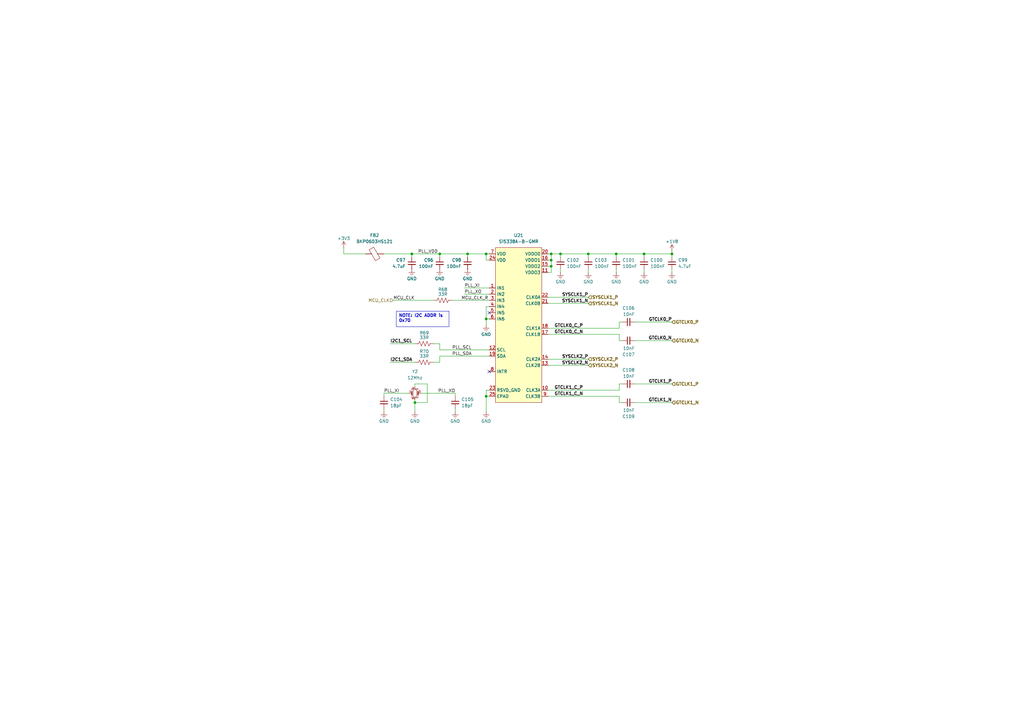
<source format=kicad_sch>
(kicad_sch (version 20231120) (generator "eeschema") (generator_version "8.0")
  (paper "A3")
  (title_block (title "Clock Generator") (date "2024-07-30") (rev "1.0") (company "Drexel University") (comment 1 "Designed by John Hofmeyr"))
  (lib_symbols
    (symbol "Device:C_Small" (pin_numbers hide) (pin_names (offset 0.254) hide)
      (property "Reference" "C" (at 0.254 1.778 0))
      (property "Value" "C_Small" (at 0.254 -2.032 0))
      (symbol "C_Small_0_1"
        (polyline (pts (xy -1.524 -0.508) (xy 1.524 -0.508)) (stroke (width 0.3302)))
        (polyline (pts (xy -1.524 0.508) (xy 1.524 0.508)) (stroke (width 0.3048)))
      )
      (symbol "C_Small_1_1"
        (pin passive line (at 0 2.54 270) (length 2.032) (name "~") (number "1"))
        (pin passive line (at 0 -2.54 90) (length 2.032) (name "~") (number "2"))
      )
    )
    (symbol "Device:Crystal_GND24_Small" (pin_names (offset 1.016) hide)
      (property "Reference" "Y" (at 1.27 4.445 0))
      (property "Value" "Crystal_GND24_Small" (at 1.27 2.54 0))
      (symbol "Crystal_GND24_Small_0_1"
        (rectangle (start -0.762 -1.524) (end 0.762 1.524))
        (polyline (pts (xy -1.27 -0.762) (xy -1.27 0.762)) (stroke (width 0.381)))
        (polyline (pts (xy 1.27 -0.762) (xy 1.27 0.762)) (stroke (width 0.381)))
        (polyline (pts (xy -1.27 -1.27) (xy -1.27 -1.905) (xy 1.27 -1.905) (xy 1.27 -1.27)))
        (polyline (pts (xy -1.27 1.27) (xy -1.27 1.905) (xy 1.27 1.905) (xy 1.27 1.27)))
      )
      (symbol "Crystal_GND24_Small_1_1"
        (pin passive line (at -2.54 0 0) (length 1.27) (name "1") (number "1"))
        (pin passive line (at 0 -2.54 90) (length 0.635) (name "2") (number "2"))
        (pin passive line (at 2.54 0 180) (length 1.27) (name "3") (number "3"))
        (pin passive line (at 0 2.54 270) (length 0.635) (name "4") (number "4"))
      )
    )
    (symbol "Device:FerriteBead" (pin_numbers hide) (pin_names (offset 0))
      (property "Reference" "FB" (at -3.81 0.635 90))
      (property "Value" "FerriteBead" (at 3.81 0 90))
      (symbol "FerriteBead_0_1"
        (polyline (pts (xy 0 -1.27) (xy 0 -1.2192)))
        (polyline (pts (xy 0 1.27) (xy 0 1.2954)))
        (polyline (pts (xy -2.7686 0.4064) (xy -1.7018 2.2606) (xy 2.7686 -0.3048) (xy 1.6764 -2.159) (xy -2.7686 0.4064)))
      )
      (symbol "FerriteBead_1_1"
        (pin passive line (at 0 3.81 270) (length 2.54) (name "~") (number "1"))
        (pin passive line (at 0 -3.81 90) (length 2.54) (name "~") (number "2"))
      )
    )
    (symbol "Device:R_US" (pin_numbers hide) (pin_names (offset 0))
      (property "Reference" "R" (at 2.54 0 90))
      (property "Value" "R_US" (at -2.54 0 90))
      (symbol "R_US_0_1"
        (polyline (pts (xy 0 -2.286) (xy 0 -2.54)))
        (polyline (pts (xy 0 2.286) (xy 0 2.54)))
        (polyline (pts (xy 0 -0.762) (xy 1.016 -1.143) (xy 0 -1.524) (xy -1.016 -1.905) (xy 0 -2.286)))
        (polyline (pts (xy 0 0.762) (xy 1.016 0.381) (xy 0 0) (xy -1.016 -0.381) (xy 0 -0.762)))
        (polyline (pts (xy 0 2.286) (xy 1.016 1.905) (xy 0 1.524) (xy -1.016 1.143) (xy 0 0.762)))
      )
      (symbol "R_US_1_1"
        (pin passive line (at 0 3.81 270) (length 1.27) (name "~") (number "1"))
        (pin passive line (at 0 -3.81 90) (length 1.27) (name "~") (number "2"))
      )
    )
    (symbol "FPGA Module:Si5338"
      (property "Reference" "U" (at 12.065 6.35 0))
      (property "Value" "Si5338A-B-GMR" (at 12.065 3.81 0))
      (symbol "Si5338_1_1"
        (rectangle (start 2.54 2.54) (end 21.59 -60.96) (fill (type background)))
        (pin passive line (at 0 -13.97 0) (length 2.54) (name "IN1") (number "1"))
        (pin passive line (at 24.13 -55.88 180) (length 2.54) (name "CLK3A") (number "10"))
        (pin passive line (at 24.13 -7.62 180) (length 2.54) (name "VDDO3") (number "11"))
        (pin passive line (at 0 -39.37 0) (length 2.54) (name "SCL") (number "12"))
        (pin passive line (at 24.13 -45.72 180) (length 2.54) (name "CLK2B") (number "13"))
        (pin passive line (at 24.13 -43.18 180) (length 2.54) (name "CLK2A") (number "14"))
        (pin passive line (at 24.13 -5.08 180) (length 2.54) (name "VDDO2") (number "15"))
        (pin passive line (at 24.13 -2.54 180) (length 2.54) (name "VDDO1") (number "16"))
        (pin passive line (at 24.13 -33.02 180) (length 2.54) (name "CLK1B") (number "17"))
        (pin passive line (at 24.13 -30.48 180) (length 2.54) (name "CLK1A") (number "18"))
        (pin passive line (at 0 -41.91 0) (length 2.54) (name "SDA") (number "19"))
        (pin passive line (at 0 -16.51 0) (length 2.54) (name "IN2") (number "2"))
        (pin passive line (at 24.13 0 180) (length 2.54) (name "VDDO0") (number "20"))
        (pin passive line (at 24.13 -20.32 180) (length 2.54) (name "CLK0B") (number "21"))
        (pin passive line (at 24.13 -17.78 180) (length 2.54) (name "CLK0A") (number "22"))
        (pin passive line (at 0 -55.88 0) (length 2.54) (name "RSVD_GND") (number "23"))
        (pin passive line (at 0 -2.54 0) (length 2.54) (name "VDD") (number "24"))
        (pin passive line (at 0 -58.42 0) (length 2.54) (name "EPAD") (number "25"))
        (pin passive line (at 0 -19.05 0) (length 2.54) (name "IN3") (number "3"))
        (pin passive line (at 0 -21.59 0) (length 2.54) (name "IN4") (number "4"))
        (pin passive line (at 0 -24.13 0) (length 2.54) (name "IN5") (number "5"))
        (pin passive line (at 0 -26.67 0) (length 2.54) (name "IN6") (number "6"))
        (pin passive line (at 0 0 0) (length 2.54) (name "VDD") (number "7"))
        (pin passive line (at 0 -48.26 0) (length 2.54) (name "INTR") (number "8"))
        (pin passive line (at 24.13 -58.42 180) (length 2.54) (name "CLK3B") (number "9"))
      )
    )
    (symbol "power:+1V8" (power) (pin_numbers hide) (pin_names (offset 0) hide)
      (property "Value" "+1V8" (at 0 3.556 0))
      (symbol "+1V8_0_1"
        (polyline (pts (xy -0.762 1.27) (xy 0 2.54)))
        (polyline (pts (xy 0 0) (xy 0 2.54)))
        (polyline (pts (xy 0 2.54) (xy 0.762 1.27)))
      )
      (symbol "+1V8_1_1"
        (pin power_in line (at 0 0 90) (length 0) (name "~") (number "1"))
      )
    )
    (symbol "power:+3V3" (power) (pin_numbers hide) (pin_names (offset 0) hide)
      (property "Value" "+3V3" (at 0 3.556 0))
      (symbol "+3V3_0_1"
        (polyline (pts (xy -0.762 1.27) (xy 0 2.54)))
        (polyline (pts (xy 0 0) (xy 0 2.54)))
        (polyline (pts (xy 0 2.54) (xy 0.762 1.27)))
      )
      (symbol "+3V3_1_1"
        (pin power_in line (at 0 0 90) (length 0) (name "~") (number "1"))
      )
    )
    (symbol "power:GND" (power) (pin_numbers hide) (pin_names (offset 0) hide)
      (property "Value" "GND" (at 0 -3.81 0))
      (symbol "GND_0_1"
        (polyline (pts (xy -0.635 -1.905) (xy 0.635 -1.905)))
        (polyline (pts (xy -0.127 -2.54) (xy 0.127 -2.54)))
        (polyline (pts (xy 0 -1.27) (xy 0 0)))
        (polyline (pts (xy 1.27 -1.27) (xy -1.27 -1.27)))
      )
      (symbol "GND_1_1"
        (pin power_in line (at 0 0 270) (length 0) (name "~") (number "1"))
      )
    )
  )
  (junction (at 241.3 104.14))
  (junction (at 191.77 104.14))
  (junction (at 199.39 104.14))
  (junction (at 168.91 104.14))
  (junction (at 275.59 104.14))
  (junction (at 170.18 165.1))
  (junction (at 229.87 104.14))
  (junction (at 226.06 104.14))
  (junction (at 264.16 104.14))
  (junction (at 199.39 162.56))
  (junction (at 180.34 104.14))
  (junction (at 252.73 104.14))
  (junction (at 226.06 106.68))
  (junction (at 199.39 130.81))
  (junction (at 226.06 109.22))
  (no_connect (at 200.66 128.27))
  (no_connect (at 200.66 152.4))
  (wire (pts (xy 226.06 106.68) (xy 224.79 106.68)))
  (wire (pts (xy 241.3 110.49) (xy 241.3 111.76)))
  (wire (pts (xy 275.59 102.87) (xy 275.59 104.14)))
  (wire (pts (xy 170.18 165.1) (xy 170.18 168.91)))
  (wire (pts (xy 224.79 147.32) (xy 241.3 147.32)))
  (wire (pts (xy 224.79 162.56) (xy 254 162.56)))
  (wire (pts (xy 191.77 104.14) (xy 199.39 104.14)))
  (wire (pts (xy 199.39 106.68) (xy 199.39 104.14)))
  (wire (pts (xy 254 134.62) (xy 254 132.08)))
  (wire (pts (xy 226.06 111.76) (xy 224.79 111.76)))
  (wire (pts (xy 224.79 160.02) (xy 254 160.02)))
  (wire (pts (xy 224.79 149.86) (xy 241.3 149.86)))
  (wire (pts (xy 199.39 104.14) (xy 200.66 104.14)))
  (wire (pts (xy 229.87 110.49) (xy 229.87 111.76)))
  (wire (pts (xy 140.97 101.6) (xy 140.97 104.14)))
  (wire (pts (xy 160.02 140.97) (xy 170.18 140.97)))
  (wire (pts (xy 275.59 110.49) (xy 275.59 111.76)))
  (wire (pts (xy 160.02 148.59) (xy 170.18 148.59)))
  (wire (pts (xy 229.87 104.14) (xy 241.3 104.14)))
  (wire (pts (xy 190.5 120.65) (xy 200.66 120.65)))
  (wire (pts (xy 180.34 143.51) (xy 200.66 143.51)))
  (wire (pts (xy 199.39 125.73) (xy 200.66 125.73)))
  (wire (pts (xy 157.48 161.29) (xy 167.64 161.29)))
  (wire (pts (xy 224.79 124.46) (xy 241.3 124.46)))
  (wire (pts (xy 199.39 162.56) (xy 200.66 162.56)))
  (wire (pts (xy 175.26 157.48) (xy 175.26 165.1)))
  (wire (pts (xy 224.79 121.92) (xy 241.3 121.92)))
  (wire (pts (xy 254 162.56) (xy 254 165.1)))
  (wire (pts (xy 161.29 123.19) (xy 177.8 123.19)))
  (wire (pts (xy 170.18 165.1) (xy 170.18 163.83)))
  (wire (pts (xy 180.34 143.51) (xy 180.34 140.97)))
  (wire (pts (xy 260.35 132.08) (xy 275.59 132.08)))
  (wire (pts (xy 175.26 165.1) (xy 170.18 165.1)))
  (wire (pts (xy 226.06 109.22) (xy 224.79 109.22)))
  (wire (pts (xy 264.16 110.49) (xy 264.16 111.76)))
  (wire (pts (xy 275.59 104.14) (xy 275.59 105.41)))
  (wire (pts (xy 226.06 104.14) (xy 229.87 104.14)))
  (wire (pts (xy 199.39 160.02) (xy 199.39 162.56)))
  (wire (pts (xy 157.48 167.64) (xy 157.48 168.91)))
  (wire (pts (xy 186.69 167.64) (xy 186.69 168.91)))
  (wire (pts (xy 200.66 106.68) (xy 199.39 106.68)))
  (wire (pts (xy 254 139.7) (xy 255.27 139.7)))
  (wire (pts (xy 252.73 104.14) (xy 264.16 104.14)))
  (wire (pts (xy 200.66 160.02) (xy 199.39 160.02)))
  (wire (pts (xy 254 160.02) (xy 254 157.48)))
  (wire (pts (xy 180.34 148.59) (xy 177.8 148.59)))
  (wire (pts (xy 170.18 158.75) (xy 170.18 157.48)))
  (wire (pts (xy 186.69 161.29) (xy 186.69 162.56)))
  (wire (pts (xy 241.3 104.14) (xy 241.3 105.41)))
  (wire (pts (xy 264.16 104.14) (xy 275.59 104.14)))
  (wire (pts (xy 226.06 106.68) (xy 226.06 109.22)))
  (wire (pts (xy 172.72 161.29) (xy 186.69 161.29)))
  (wire (pts (xy 180.34 104.14) (xy 180.34 105.41)))
  (wire (pts (xy 170.18 157.48) (xy 175.26 157.48)))
  (wire (pts (xy 199.39 162.56) (xy 199.39 168.91)))
  (wire (pts (xy 264.16 104.14) (xy 264.16 105.41)))
  (wire (pts (xy 185.42 123.19) (xy 200.66 123.19)))
  (wire (pts (xy 254 137.16) (xy 254 139.7)))
  (wire (pts (xy 224.79 137.16) (xy 254 137.16)))
  (wire (pts (xy 191.77 104.14) (xy 191.77 105.41)))
  (wire (pts (xy 254 157.48) (xy 255.27 157.48)))
  (wire (pts (xy 199.39 125.73) (xy 199.39 130.81)))
  (wire (pts (xy 224.79 134.62) (xy 254 134.62)))
  (wire (pts (xy 180.34 104.14) (xy 191.77 104.14)))
  (wire (pts (xy 252.73 104.14) (xy 252.73 105.41)))
  (wire (pts (xy 260.35 165.1) (xy 275.59 165.1)))
  (wire (pts (xy 190.5 118.11) (xy 200.66 118.11)))
  (wire (pts (xy 199.39 130.81) (xy 199.39 133.35)))
  (wire (pts (xy 252.73 110.49) (xy 252.73 111.76)))
  (wire (pts (xy 180.34 146.05) (xy 180.34 148.59)))
  (wire (pts (xy 254 165.1) (xy 255.27 165.1)))
  (wire (pts (xy 226.06 109.22) (xy 226.06 111.76)))
  (wire (pts (xy 226.06 104.14) (xy 226.06 106.68)))
  (wire (pts (xy 180.34 146.05) (xy 200.66 146.05)))
  (wire (pts (xy 180.34 140.97) (xy 177.8 140.97)))
  (wire (pts (xy 226.06 104.14) (xy 224.79 104.14)))
  (wire (pts (xy 260.35 157.48) (xy 275.59 157.48)))
  (wire (pts (xy 229.87 104.14) (xy 229.87 105.41)))
  (wire (pts (xy 260.35 139.7) (xy 275.59 139.7)))
  (wire (pts (xy 149.86 104.14) (xy 140.97 104.14)))
  (wire (pts (xy 157.48 161.29) (xy 157.48 162.56)))
  (wire (pts (xy 199.39 130.81) (xy 200.66 130.81)))
  (wire (pts (xy 241.3 104.14) (xy 252.73 104.14)))
  (wire (pts (xy 168.91 104.14) (xy 168.91 105.41)))
  (wire (pts (xy 254 132.08) (xy 255.27 132.08)))
  (wire (pts (xy 157.48 104.14) (xy 168.91 104.14)))
  (wire (pts (xy 168.91 104.14) (xy 180.34 104.14)))
  (text_box "NOTE: I2C ADDR is 0x70" (at 162.56 127.635 0) (size 21.59 6.35) (effects (font (size 1.27 1.27) (bold yes)) (justify left top)))
  (label "MCU_CLK_R" (at 189.23 123.19 0))
  (label "PLL_XI" (at 157.48 161.29 0))
  (label "PLL_SCL" (at 185.42 143.51 0))
  (label "I2C1_SCL" (at 160.02 140.97 0) (effects (font (bold yes))))
  (label "GTCLK1_P" (at 275.59 157.48 180) (effects (font (bold yes))))
  (label "PLL_SDA" (at 185.42 146.05 0))
  (label "GTCLK0_N" (at 275.59 139.7 180) (effects (font (bold yes))))
  (label "PLL_VDD" (at 171.45 104.14 0))
  (label "PLL_XO" (at 190.5 120.65 0))
  (label "GTCLK1_C_P" (at 227.33 160.02 0) (effects (font (bold yes))))
  (label "I2C1_SDA" (at 160.02 148.59 0) (effects (font (bold yes))))
  (label "SYSCLK1_P" (at 241.3 121.92 180) (effects (font (bold yes))))
  (label "GTCLK0_C_N" (at 227.33 137.16 0) (effects (font (bold yes))))
  (label "PLL_XO" (at 186.69 161.29 180))
  (label "PLL_XI" (at 190.5 118.11 0))
  (label "MCU_CLK" (at 161.29 123.19 0))
  (label "GTCLK1_C_N" (at 227.33 162.56 0) (effects (font (bold yes))))
  (label "GTCLK0_P" (at 275.59 132.08 180) (effects (font (bold yes))))
  (label "SYSCLK2_P" (at 241.3 147.32 180) (effects (font (bold yes))))
  (label "GTCLK1_N" (at 275.59 165.1 180) (effects (font (bold yes))))
  (label "GTCLK0_C_P" (at 227.33 134.62 0) (effects (font (bold yes))))
  (label "SYSCLK1_N" (at 241.3 124.46 180) (effects (font (bold yes))))
  (label "SYSCLK2_N" (at 241.3 149.86 180) (effects (font (bold yes))))
  (hierarchical_label "GTCLK1_N" (shape input) (at 275.59 165.1 0) (effects (font (bold yes))))
  (hierarchical_label "MCU_CLK" (shape input) (at 161.29 123.19 180))
  (hierarchical_label "GTCLK0_P" (shape input) (at 275.59 132.08 0) (effects (font (bold yes))))
  (hierarchical_label "GTCLK0_N" (shape input) (at 275.59 139.7 0) (effects (font (bold yes))))
  (hierarchical_label "SYSCLK2_N" (shape input) (at 241.3 149.86 0) (effects (font (bold yes))))
  (hierarchical_label "GTCLK1_P" (shape input) (at 275.59 157.48 0) (effects (font (bold yes))))
  (hierarchical_label "SYSCLK1_N" (shape input) (at 241.3 124.46 0) (effects (font (bold yes))))
  (hierarchical_label "SYSCLK2_P" (shape input) (at 241.3 147.32 0) (effects (font (bold yes))))
  (hierarchical_label "SYSCLK1_P" (shape input) (at 241.3 121.92 0) (effects (font (bold yes))))
  (symbol (lib_id "power:GND") (at 168.91 110.49 0) (mirror y) (unit 1)
    (property "Reference" "#PWR0190" (effects (hide yes)))
    (property "Value" "GND" (at 168.91 114.3 0))
    (property "Description" "Power symbol creates a global label with name \"GND\" , ground" (effects (hide yes)))
  )
  (symbol (lib_id "Device:C_Small") (at 252.73 107.95 0) (unit 1)
    (property "Reference" "C101" (at 255.27 106.6862 0) (effects (justify left)))
    (property "Value" "100nF" (at 255.27 109.2262 0) (effects (justify left)))
    (property "Footprint" "Capacitor_SMD:C_0402_1005Metric" (effects (hide yes)))
    (property "Description" "Unpolarized capacitor, small symbol" (effects (hide yes)))
  )
  (symbol (lib_id "Device:FerriteBead") (at 153.67 104.14 90) (mirror x) (unit 1)
    (property "Reference" "FB2" (at 153.6192 96.52 90))
    (property "Value" "BKP0603HS121" (at 153.6192 99.06 90))
    (property "Description" "Ferrite bead" (effects (hide yes)))
  )
  (symbol (lib_id "power:+1V8") (at 275.59 102.87 0) (unit 1)
    (property "Reference" "#PWR0196" (effects (hide yes)))
    (property "Value" "+1V8" (at 275.59 99.06 0))
    (property "Description" "Power symbol creates a global label with name \"+1V8\"" (effects (hide yes)))
  )
  (symbol (lib_id "power:GND") (at 191.77 110.49 0) (mirror y) (unit 1)
    (property "Reference" "#PWR0188" (effects (hide yes)))
    (property "Value" "GND" (at 191.77 114.3 0))
    (property "Description" "Power symbol creates a global label with name \"GND\" , ground" (effects (hide yes)))
  )
  (symbol (lib_id "power:GND") (at 264.16 111.76 0) (unit 1)
    (property "Reference" "#PWR0192" (effects (hide yes)))
    (property "Value" "GND" (at 264.16 115.57 0))
    (property "Description" "Power symbol creates a global label with name \"GND\" , ground" (effects (hide yes)))
  )
  (symbol (lib_id "Device:C_Small") (at 241.3 107.95 0) (unit 1)
    (property "Reference" "C103" (at 243.84 106.6862 0) (effects (justify left)))
    (property "Value" "100nF" (at 243.84 109.2262 0) (effects (justify left)))
    (property "Footprint" "Capacitor_SMD:C_0402_1005Metric" (effects (hide yes)))
    (property "Description" "Unpolarized capacitor, small symbol" (effects (hide yes)))
  )
  (symbol (lib_id "FPGA Module:Si5338") (at 200.66 104.14 0) (unit 1)
    (property "Reference" "U21" (at 212.725 96.52 0))
    (property "Value" "Si5338A-B-GMR" (at 212.725 99.06 0))
    (property "Footprint" "Package_DFN_QFN:QFN-24-1EP_4x4mm_P0.5mm_EP2.6x2.6mm" (effects (hide yes)))
    (property "Datasheet" "https://www.skyworksinc.com/-/media/SkyWorks/SL/documents/public/data-sheets/Si5338.pdf" (effects (hide yes)))
  )
  (symbol (lib_id "Device:Crystal_GND24_Small") (at 170.18 161.29 0) (unit 1)
    (property "Reference" "Y2" (at 170.18 152.4 0))
    (property "Value" "12Mhz" (at 170.18 154.94 0))
    (property "Footprint" "Oscillator:Oscillator_SMD_Abracon_ASE-4Pin_3.2x2.5mm" (effects (hide yes)))
    (property "Datasheet" "https://abracon.com/Resonators/abm8.pdf" (effects (hide yes)))
    (property "Description" "Four pin crystal, GND on pins 2 and 4, small symbol" (effects (hide yes)))
  )
  (symbol (lib_id "Device:C_Small") (at 186.69 165.1 0) (unit 1)
    (property "Reference" "C105" (at 189.23 163.8362 0) (effects (justify left)))
    (property "Value" "18pF" (at 189.23 166.3762 0) (effects (justify left)))
    (property "Footprint" "Capacitor_SMD:C_0201_0603Metric" (effects (hide yes)))
    (property "Description" "Unpolarized capacitor, small symbol" (effects (hide yes)))
  )
  (symbol (lib_id "power:GND") (at 252.73 111.76 0) (unit 1)
    (property "Reference" "#PWR0193" (effects (hide yes)))
    (property "Value" "GND" (at 252.73 115.57 0))
    (property "Description" "Power symbol creates a global label with name \"GND\" , ground" (effects (hide yes)))
  )
  (symbol (lib_id "power:GND") (at 157.48 168.91 0) (unit 1)
    (property "Reference" "#PWR0198" (effects (hide yes)))
    (property "Value" "GND" (at 157.48 172.72 0))
    (property "Description" "Power symbol creates a global label with name \"GND\" , ground" (effects (hide yes)))
  )
  (symbol (lib_id "Device:C_Small") (at 191.77 107.95 0) (mirror y) (unit 1)
    (property "Reference" "C98" (at 189.23 106.6862 0) (effects (justify left)))
    (property "Value" "100nF" (at 189.23 109.2262 0) (effects (justify left)))
    (property "Footprint" "Capacitor_SMD:C_0402_1005Metric" (effects (hide yes)))
    (property "Description" "Unpolarized capacitor, small symbol" (effects (hide yes)))
  )
  (symbol (lib_id "Device:C_Small") (at 257.81 139.7 90) (unit 1)
    (property "Reference" "C107" (at 260.35 145.415 90) (effects (justify left)))
    (property "Value" "10nF" (at 260.35 142.875 90) (effects (justify left)))
    (property "Footprint" "Capacitor_SMD:C_0402_1005Metric" (effects (hide yes)))
    (property "Description" "Unpolarized capacitor, small symbol" (effects (hide yes)))
  )
  (symbol (lib_id "Device:C_Small") (at 275.59 107.95 0) (unit 1)
    (property "Reference" "C99" (at 278.13 106.6862 0) (effects (justify left)))
    (property "Value" "4.7uF" (at 278.13 109.2262 0) (effects (justify left)))
    (property "Footprint" "Capacitor_SMD:C_0402_1005Metric" (effects (hide yes)))
    (property "Description" "Unpolarized capacitor, small symbol" (effects (hide yes)))
  )
  (symbol (lib_id "Device:C_Small") (at 257.81 157.48 90) (mirror x) (unit 1)
    (property "Reference" "C108" (at 260.35 151.765 90) (effects (justify left)))
    (property "Value" "10nF" (at 260.35 154.305 90) (effects (justify left)))
    (property "Footprint" "Capacitor_SMD:C_0402_1005Metric" (effects (hide yes)))
    (property "Description" "Unpolarized capacitor, small symbol" (effects (hide yes)))
  )
  (symbol (lib_id "power:GND") (at 186.69 168.91 0) (unit 1)
    (property "Reference" "#PWR0200" (effects (hide yes)))
    (property "Value" "GND" (at 186.69 172.72 0))
    (property "Description" "Power symbol creates a global label with name \"GND\" , ground" (effects (hide yes)))
  )
  (symbol (lib_id "power:GND") (at 170.18 168.91 0) (unit 1)
    (property "Reference" "#PWR0199" (effects (hide yes)))
    (property "Value" "GND" (at 170.18 172.72 0))
    (property "Description" "Power symbol creates a global label with name \"GND\" , ground" (effects (hide yes)))
  )
  (symbol (lib_id "Device:R_US") (at 181.61 123.19 270) (unit 1)
    (property "Reference" "R68" (at 181.61 118.745 90))
    (property "Value" "33R" (at 181.61 120.65 90))
    (property "Footprint" "Resistor_SMD:R_0402_1005Metric" (effects (hide yes)))
    (property "Description" "Resistor, US symbol" (effects (hide yes)))
  )
  (symbol (lib_id "Device:C_Small") (at 257.81 165.1 90) (unit 1)
    (property "Reference" "C109" (at 260.35 170.815 90) (effects (justify left)))
    (property "Value" "10nF" (at 260.35 168.275 90) (effects (justify left)))
    (property "Footprint" "Capacitor_SMD:C_0402_1005Metric" (effects (hide yes)))
    (property "Description" "Unpolarized capacitor, small symbol" (effects (hide yes)))
  )
  (symbol (lib_id "Device:C_Small") (at 257.81 132.08 90) (mirror x) (unit 1)
    (property "Reference" "C106" (at 260.35 126.365 90) (effects (justify left)))
    (property "Value" "10nF" (at 260.35 128.905 90) (effects (justify left)))
    (property "Footprint" "Capacitor_SMD:C_0402_1005Metric" (effects (hide yes)))
    (property "Description" "Unpolarized capacitor, small symbol" (effects (hide yes)))
  )
  (symbol (lib_id "power:GND") (at 180.34 110.49 0) (mirror y) (unit 1)
    (property "Reference" "#PWR0189" (effects (hide yes)))
    (property "Value" "GND" (at 180.34 114.3 0))
    (property "Description" "Power symbol creates a global label with name \"GND\" , ground" (effects (hide yes)))
  )
  (symbol (lib_id "Device:C_Small") (at 229.87 107.95 0) (unit 1)
    (property "Reference" "C102" (at 232.41 106.6862 0) (effects (justify left)))
    (property "Value" "100nF" (at 232.41 109.2262 0) (effects (justify left)))
    (property "Footprint" "Capacitor_SMD:C_0402_1005Metric" (effects (hide yes)))
    (property "Description" "Unpolarized capacitor, small symbol" (effects (hide yes)))
  )
  (symbol (lib_id "Device:R_US") (at 173.99 140.97 270) (unit 1)
    (property "Reference" "R69" (at 173.99 136.525 90))
    (property "Value" "33R" (at 173.99 138.43 90))
    (property "Footprint" "Resistor_SMD:R_0402_1005Metric" (effects (hide yes)))
    (property "Description" "Resistor, US symbol" (effects (hide yes)))
  )
  (symbol (lib_id "power:GND") (at 199.39 133.35 0) (mirror y) (unit 1)
    (property "Reference" "#PWR0197" (effects (hide yes)))
    (property "Value" "GND" (at 199.39 137.16 0))
    (property "Description" "Power symbol creates a global label with name \"GND\" , ground" (effects (hide yes)))
  )
  (symbol (lib_id "power:GND") (at 199.39 168.91 0) (mirror y) (unit 1)
    (property "Reference" "#PWR0201" (effects (hide yes)))
    (property "Value" "GND" (at 199.39 172.72 0))
    (property "Description" "Power symbol creates a global label with name \"GND\" , ground" (effects (hide yes)))
  )
  (symbol (lib_id "power:GND") (at 241.3 111.76 0) (unit 1)
    (property "Reference" "#PWR0195" (effects (hide yes)))
    (property "Value" "GND" (at 241.3 115.57 0))
    (property "Description" "Power symbol creates a global label with name \"GND\" , ground" (effects (hide yes)))
  )
  (symbol (lib_id "Device:R_US") (at 173.99 148.59 270) (unit 1)
    (property "Reference" "R70" (at 173.99 144.145 90))
    (property "Value" "33R" (at 173.99 146.05 90))
    (property "Footprint" "Resistor_SMD:R_0402_1005Metric" (effects (hide yes)))
    (property "Description" "Resistor, US symbol" (effects (hide yes)))
  )
  (symbol (lib_id "power:GND") (at 229.87 111.76 0) (unit 1)
    (property "Reference" "#PWR0194" (effects (hide yes)))
    (property "Value" "GND" (at 229.87 115.57 0))
    (property "Description" "Power symbol creates a global label with name \"GND\" , ground" (effects (hide yes)))
  )
  (symbol (lib_id "Device:C_Small") (at 264.16 107.95 0) (unit 1)
    (property "Reference" "C100" (at 266.7 106.6862 0) (effects (justify left)))
    (property "Value" "100nF" (at 266.7 109.2262 0) (effects (justify left)))
    (property "Footprint" "Capacitor_SMD:C_0402_1005Metric" (effects (hide yes)))
    (property "Description" "Unpolarized capacitor, small symbol" (effects (hide yes)))
  )
  (symbol (lib_id "power:GND") (at 275.59 111.76 0) (unit 1)
    (property "Reference" "#PWR0191" (effects (hide yes)))
    (property "Value" "GND" (at 275.59 115.57 0))
    (property "Description" "Power symbol creates a global label with name \"GND\" , ground" (effects (hide yes)))
  )
  (symbol (lib_id "Device:C_Small") (at 168.91 107.95 0) (mirror y) (unit 1)
    (property "Reference" "C97" (at 166.37 106.6862 0) (effects (justify left)))
    (property "Value" "4.7uF" (at 166.37 109.2262 0) (effects (justify left)))
    (property "Footprint" "Capacitor_SMD:C_0402_1005Metric" (effects (hide yes)))
    (property "Description" "Unpolarized capacitor, small symbol" (effects (hide yes)))
  )
  (symbol (lib_id "Device:C_Small") (at 180.34 107.95 0) (mirror y) (unit 1)
    (property "Reference" "C96" (at 177.8 106.6862 0) (effects (justify left)))
    (property "Value" "100nF" (at 177.8 109.2262 0) (effects (justify left)))
    (property "Footprint" "Capacitor_SMD:C_0402_1005Metric" (effects (hide yes)))
    (property "Description" "Unpolarized capacitor, small symbol" (effects (hide yes)))
  )
  (symbol (lib_id "power:+3V3") (at 140.97 101.6 0) (unit 1)
    (property "Reference" "#PWR0187" (effects (hide yes)))
    (property "Value" "+3V3" (at 140.97 97.79 0))
    (property "Description" "Power symbol creates a global label with name \"+3V3\"" (effects (hide yes)))
  )
  (symbol (lib_id "Device:C_Small") (at 157.48 165.1 0) (unit 1)
    (property "Reference" "C104" (at 160.02 163.8362 0) (effects (justify left)))
    (property "Value" "18pF" (at 160.02 166.3762 0) (effects (justify left)))
    (property "Footprint" "Capacitor_SMD:C_0201_0603Metric" (effects (hide yes)))
    (property "Description" "Unpolarized capacitor, small symbol" (effects (hide yes)))
  )
)
</source>
